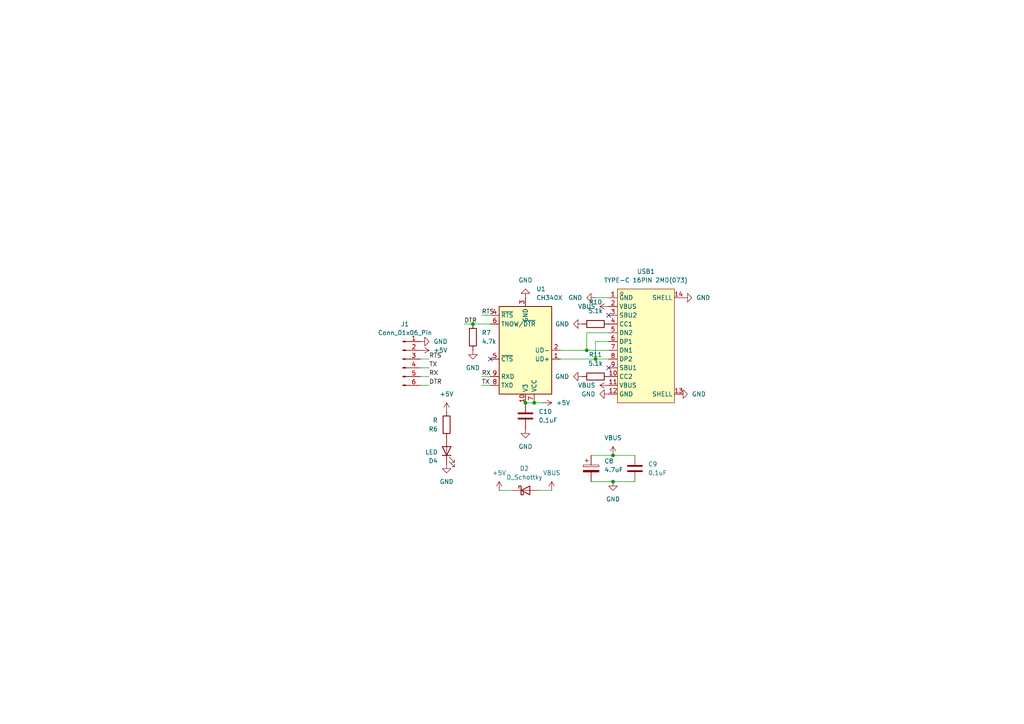
<source format=kicad_sch>
(kicad_sch (version 20250114) (generator "eeschema") (generator_version "9.0")
  (paper "A4")
  (lib_symbols
    (symbol "Connector:Conn_01x06_Pin" (pin_names (offset 1.016) (hide yes))
      (property "Reference" "J" (at 0 7.62 0))
      (property "Value" "Conn_01x06_Pin" (at 0 -10.16 0))
      (symbol "Conn_01x06_Pin_1_1"
        (rectangle (start 0.8636 5.207) (end 0 4.953) (stroke (width 0.1524)) (fill (type outline)))
        (rectangle (start 0.8636 2.667) (end 0 2.413) (stroke (width 0.1524)) (fill (type outline)))
        (rectangle (start 0.8636 0.127) (end 0 -0.127) (stroke (width 0.1524)) (fill (type outline)))
        (rectangle (start 0.8636 -2.413) (end 0 -2.667) (stroke (width 0.1524)) (fill (type outline)))
        (rectangle (start 0.8636 -4.953) (end 0 -5.207) (stroke (width 0.1524)) (fill (type outline)))
        (rectangle (start 0.8636 -7.493) (end 0 -7.747) (stroke (width 0.1524)) (fill (type outline)))
        (polyline (pts (xy 1.27 5.08) (xy 0.8636 5.08)) (stroke (width 0.1524)))
        (polyline (pts (xy 1.27 2.54) (xy 0.8636 2.54)) (stroke (width 0.1524)))
        (polyline (pts (xy 1.27 0) (xy 0.8636 0)) (stroke (width 0.1524)))
        (polyline (pts (xy 1.27 -2.54) (xy 0.8636 -2.54)) (stroke (width 0.1524)))
        (polyline (pts (xy 1.27 -5.08) (xy 0.8636 -5.08)) (stroke (width 0.1524)))
        (polyline (pts (xy 1.27 -7.62) (xy 0.8636 -7.62)) (stroke (width 0.1524)))
        (pin passive line (at 5.08 5.08 180) (length 3.81) (name "Pin_1") (number "1"))
        (pin passive line (at 5.08 2.54 180) (length 3.81) (name "Pin_2") (number "2"))
        (pin passive line (at 5.08 0 180) (length 3.81) (name "Pin_3") (number "3"))
        (pin passive line (at 5.08 -2.54 180) (length 3.81) (name "Pin_4") (number "4"))
        (pin passive line (at 5.08 -5.08 180) (length 3.81) (name "Pin_5") (number "5"))
        (pin passive line (at 5.08 -7.62 180) (length 3.81) (name "Pin_6") (number "6"))
      )
    )
    (symbol "Device:C" (pin_numbers (hide yes)) (pin_names (offset 0.254))
      (property "Reference" "C" (at 0.635 2.54 0))
      (property "Value" "C" (at 0.635 -2.54 0))
      (symbol "C_0_1"
        (polyline (pts (xy -2.032 0.762) (xy 2.032 0.762)) (stroke (width 0.508)))
        (polyline (pts (xy -2.032 -0.762) (xy 2.032 -0.762)) (stroke (width 0.508)))
      )
      (symbol "C_1_1"
        (pin passive line (at 0 3.81 270) (length 2.794) (name "~") (number "1"))
        (pin passive line (at 0 -3.81 90) (length 2.794) (name "~") (number "2"))
      )
    )
    (symbol "Device:C_Polarized" (pin_numbers (hide yes)) (pin_names (offset 0.254))
      (property "Reference" "C" (at 0.635 2.54 0))
      (property "Value" "C_Polarized" (at 0.635 -2.54 0))
      (symbol "C_Polarized_0_1"
        (rectangle (start -2.286 0.508) (end 2.286 1.016))
        (polyline (pts (xy -1.778 2.286) (xy -0.762 2.286)))
        (polyline (pts (xy -1.27 2.794) (xy -1.27 1.778)))
        (rectangle (start 2.286 -0.508) (end -2.286 -1.016) (fill (type outline)))
      )
      (symbol "C_Polarized_1_1"
        (pin passive line (at 0 3.81 270) (length 2.794) (name "~") (number "1"))
        (pin passive line (at 0 -3.81 90) (length 2.794) (name "~") (number "2"))
      )
    )
    (symbol "Device:D_Schottky" (pin_numbers (hide yes)) (pin_names (offset 1.016) (hide yes))
      (property "Reference" "D" (at 0 2.54 0))
      (property "Value" "D_Schottky" (at 0 -2.54 0))
      (symbol "D_Schottky_0_1"
        (polyline (pts (xy -1.905 0.635) (xy -1.905 1.27) (xy -1.27 1.27) (xy -1.27 -1.27) (xy -0.635 -1.27) (xy -0.635 -0.635)) (stroke (width 0.254)))
        (polyline (pts (xy 1.27 1.27) (xy 1.27 -1.27) (xy -1.27 0) (xy 1.27 1.27)) (stroke (width 0.254)))
        (polyline (pts (xy 1.27 0) (xy -1.27 0)))
      )
      (symbol "D_Schottky_1_1"
        (pin passive line (at -3.81 0 0) (length 2.54) (name "K") (number "1"))
        (pin passive line (at 3.81 0 180) (length 2.54) (name "A") (number "2"))
      )
    )
    (symbol "Device:LED" (pin_numbers (hide yes)) (pin_names (offset 1.016) (hide yes))
      (property "Reference" "D" (at 0 2.54 0))
      (property "Value" "LED" (at 0 -2.54 0))
      (symbol "LED_0_1"
        (polyline (pts (xy -3.048 -0.762) (xy -4.572 -2.286) (xy -3.81 -2.286) (xy -4.572 -2.286) (xy -4.572 -1.524)))
        (polyline (pts (xy -1.778 -0.762) (xy -3.302 -2.286) (xy -2.54 -2.286) (xy -3.302 -2.286) (xy -3.302 -1.524)))
        (polyline (pts (xy -1.27 0) (xy 1.27 0)))
        (polyline (pts (xy -1.27 -1.27) (xy -1.27 1.27)) (stroke (width 0.254)))
        (polyline (pts (xy 1.27 -1.27) (xy 1.27 1.27) (xy -1.27 0) (xy 1.27 -1.27)) (stroke (width 0.254)))
      )
      (symbol "LED_1_1"
        (pin passive line (at -3.81 0 0) (length 2.54) (name "K") (number "1"))
        (pin passive line (at 3.81 0 180) (length 2.54) (name "A") (number "2"))
      )
    )
    (symbol "Device:R" (pin_numbers (hide yes)) (pin_names (offset 0))
      (property "Reference" "R" (at 2.032 0 90))
      (property "Value" "R" (at 0 0 90))
      (symbol "R_0_1"
        (rectangle (start -1.016 -2.54) (end 1.016 2.54) (stroke (width 0.254)))
      )
      (symbol "R_1_1"
        (pin passive line (at 0 3.81 270) (length 1.27) (name "~") (number "1"))
        (pin passive line (at 0 -3.81 90) (length 1.27) (name "~") (number "2"))
      )
    )
    (symbol "EasyEDA:TYPE-C16PIN2MD(073)"
      (property "Reference" "USB" (at 0 19.05 0))
      (property "Value" "TYPE-C 16PIN 2MD(073)" (at 0 -19.05 0))
      (symbol "TYPE-C16PIN2MD(073)_0_1"
        (rectangle (start -8.89 16.51) (end 7.62 -16.51) (fill (type background)))
        (circle (center -7.62 15.24) (radius 0.38))
        (pin unspecified line (at -11.43 13.97 0) (length 2.54) (name "GND") (number "1"))
        (pin unspecified line (at -11.43 11.43 0) (length 2.54) (name "VBUS") (number "2"))
        (pin unspecified line (at -11.43 8.89 0) (length 2.54) (name "SBU2") (number "3"))
        (pin unspecified line (at -11.43 6.35 0) (length 2.54) (name "CC1") (number "4"))
        (pin unspecified line (at -11.43 3.81 0) (length 2.54) (name "DN2") (number "5"))
        (pin unspecified line (at -11.43 1.27 0) (length 2.54) (name "DP1") (number "6"))
        (pin unspecified line (at -11.43 -1.27 0) (length 2.54) (name "DN1") (number "7"))
        (pin unspecified line (at -11.43 -3.81 0) (length 2.54) (name "DP2") (number "8"))
        (pin unspecified line (at -11.43 -6.35 0) (length 2.54) (name "SBU1") (number "9"))
        (pin unspecified line (at -11.43 -8.89 0) (length 2.54) (name "CC2") (number "10"))
        (pin unspecified line (at -11.43 -11.43 0) (length 2.54) (name "VBUS") (number "11"))
        (pin unspecified line (at -11.43 -13.97 0) (length 2.54) (name "GND") (number "12"))
        (pin unspecified line (at 10.16 13.97 180) (length 2.54) (name "SHELL") (number "14"))
        (pin unspecified line (at 10.16 -13.97 180) (length 2.54) (name "SHELL") (number "13"))
      )
    )
    (symbol "Interface_USB:CH340X"
      (property "Reference" "U" (at -5.08 13.97 0))
      (property "Value" "CH340X" (at 1.27 13.97 0))
      (symbol "CH340X_0_1"
        (rectangle (start -7.62 12.7) (end 7.62 -12.7) (stroke (width 0.254)) (fill (type background)))
      )
      (symbol "CH340X_1_1"
        (pin bidirectional line (at -10.16 2.54 0) (length 2.54) (name "UD+") (number "1"))
        (pin bidirectional line (at -10.16 0 0) (length 2.54) (name "UD-") (number "2"))
        (pin power_in line (at -2.54 15.24 270) (length 2.54) (name "VCC") (number "7"))
        (pin power_out line (at 0 15.24 270) (length 2.54) (name "V3") (number "10"))
        (pin power_in line (at 0 -15.24 90) (length 2.54) (name "GND") (number "3"))
        (pin output line (at 10.16 10.16 180) (length 2.54) (name "TXD") (number "8"))
        (pin input line (at 10.16 7.62 180) (length 2.54) (name "RXD") (number "9"))
        (pin input line (at 10.16 2.54 180) (length 2.54) (name "~{CTS}") (number "5"))
        (pin output line (at 10.16 -7.62 180) (length 2.54) (name "TNOW/~{DTR}") (number "6"))
        (pin output line (at 10.16 -10.16 180) (length 2.54) (name "~{RTS}") (number "4"))
      )
    )
    (symbol "power:+5V" (power) (pin_numbers (hide yes)) (pin_names (offset 0) (hide yes))
      (property "Value" "+5V" (at 0 3.556 0))
      (symbol "+5V_0_1"
        (polyline (pts (xy -0.762 1.27) (xy 0 2.54)))
        (polyline (pts (xy 0 2.54) (xy 0.762 1.27)))
        (polyline (pts (xy 0 0) (xy 0 2.54)))
      )
      (symbol "+5V_1_1"
        (pin power_in line (at 0 0 90) (length 0) (name "~") (number "1"))
      )
    )
    (symbol "power:GND" (power) (pin_numbers (hide yes)) (pin_names (offset 0) (hide yes))
      (property "Value" "GND" (at 0 -3.81 0))
      (symbol "GND_0_1"
        (polyline (pts (xy 0 0) (xy 0 -1.27) (xy 1.27 -1.27) (xy 0 -2.54) (xy -1.27 -1.27) (xy 0 -1.27)))
      )
      (symbol "GND_1_1"
        (pin power_in line (at 0 0 270) (length 0) (name "~") (number "1"))
      )
    )
    (symbol "power:VBUS" (power) (pin_numbers (hide yes)) (pin_names (offset 0) (hide yes))
      (property "Value" "VBUS" (at 0 3.556 0))
      (symbol "VBUS_0_1"
        (polyline (pts (xy -0.762 1.27) (xy 0 2.54)))
        (polyline (pts (xy 0 2.54) (xy 0.762 1.27)))
        (polyline (pts (xy 0 0) (xy 0 2.54)))
      )
      (symbol "VBUS_1_1"
        (pin power_in line (at 0 0 90) (length 0) (name "~") (number "1"))
      )
    )
  )
  (junction (at 154.94 116.84))
  (junction (at 137.16 93.98))
  (junction (at 172.72 104.14))
  (junction (at 152.4 116.84))
  (junction (at 177.8 139.7))
  (junction (at 170.18 101.6))
  (junction (at 177.8 132.08))
  (no_connect (at 176.53 91.44))
  (no_connect (at 176.53 106.68))
  (no_connect (at 142.24 104.14))
  (wire (pts (xy 152.4 116.84) (xy 154.94 116.84)))
  (wire (pts (xy 137.16 93.98) (xy 134.62 93.98)))
  (wire (pts (xy 162.56 101.6) (xy 170.18 101.6)))
  (wire (pts (xy 162.56 104.14) (xy 172.72 104.14)))
  (wire (pts (xy 176.53 99.06) (xy 172.72 99.06)))
  (wire (pts (xy 172.72 99.06) (xy 172.72 104.14)))
  (wire (pts (xy 171.45 139.7) (xy 177.8 139.7)))
  (wire (pts (xy 170.18 101.6) (xy 176.53 101.6)))
  (wire (pts (xy 170.18 96.52) (xy 170.18 101.6)))
  (wire (pts (xy 124.46 104.14) (xy 121.92 104.14)))
  (wire (pts (xy 176.53 96.52) (xy 170.18 96.52)))
  (wire (pts (xy 139.7 91.44) (xy 142.24 91.44)))
  (wire (pts (xy 177.8 139.7) (xy 184.15 139.7)))
  (wire (pts (xy 171.45 132.08) (xy 177.8 132.08)))
  (wire (pts (xy 176.53 86.36) (xy 172.72 86.36)))
  (wire (pts (xy 196.85 114.3) (xy 198.12 114.3)))
  (wire (pts (xy 177.8 132.08) (xy 184.15 132.08)))
  (wire (pts (xy 124.46 106.68) (xy 121.92 106.68)))
  (wire (pts (xy 142.24 93.98) (xy 137.16 93.98)))
  (wire (pts (xy 139.7 109.22) (xy 142.24 109.22)))
  (wire (pts (xy 172.72 104.14) (xy 176.53 104.14)))
  (wire (pts (xy 124.46 109.22) (xy 121.92 109.22)))
  (wire (pts (xy 139.7 111.76) (xy 142.24 111.76)))
  (wire (pts (xy 124.46 111.76) (xy 121.92 111.76)))
  (wire (pts (xy 144.78 142.24) (xy 148.59 142.24)))
  (wire (pts (xy 156.21 142.24) (xy 160.02 142.24)))
  (wire (pts (xy 157.48 116.84) (xy 154.94 116.84)))
  (label "RX" (at 139.7 109.22 0))
  (label "RX" (at 124.46 109.22 0))
  (label "RTS" (at 139.7 91.44 0))
  (label "DTR" (at 124.46 111.76 0))
  (label "RTS" (at 124.46 104.14 0))
  (label "DTR" (at 134.62 93.98 0))
  (label "TX" (at 124.46 106.68 0))
  (label "TX" (at 139.7 111.76 0))
  (symbol (lib_id "power:GND") (at 196.85 114.3 90) (unit 1)
    (property "Reference" "#PWR029" (effects (hide yes)))
    (property "Value" "GND" (at 200.66 114.2999 90) (effects (justify right)))
    (property "Description" "Power symbol creates a global label with name \"GND\" , ground" (effects (hide yes)))
  )
  (symbol (lib_id "power:+5V") (at 121.92 101.6 270) (unit 1)
    (property "Reference" "#PWR015" (effects (hide yes)))
    (property "Value" "+5V" (at 125.73 101.5999 90) (effects (justify left)))
    (property "Description" "Power symbol creates a global label with name \"+5V\"" (effects (hide yes)))
  )
  (symbol (lib_id "Device:C") (at 152.4 120.65 180) (unit 1)
    (property "Reference" "C10" (at 156.21 119.3799 0) (effects (justify right)))
    (property "Value" "0.1uF" (at 156.21 121.9199 0) (effects (justify right)))
    (property "Footprint" "Capacitor_SMD:C_0805_2012Metric" (effects (hide yes)))
    (property "Description" "Unpolarized capacitor" (effects (hide yes)))
  )
  (symbol (lib_id "power:GND") (at 172.72 86.36 270) (unit 1)
    (property "Reference" "#PWR048" (effects (hide yes)))
    (property "Value" "GND" (at 168.91 86.3599 90) (effects (justify right)))
    (property "Description" "Power symbol creates a global label with name \"GND\" , ground" (effects (hide yes)))
  )
  (symbol (lib_id "power:GND") (at 198.12 86.36 90) (unit 1)
    (property "Reference" "#PWR017" (effects (hide yes)))
    (property "Value" "GND" (at 201.93 86.3599 90) (effects (justify right)))
    (property "Description" "Power symbol creates a global label with name \"GND\" , ground" (effects (hide yes)))
  )
  (symbol (lib_id "power:GND") (at 121.92 99.06 90) (unit 1)
    (property "Reference" "#PWR018" (effects (hide yes)))
    (property "Value" "GND" (at 125.73 99.0599 90) (effects (justify right)))
    (property "Description" "Power symbol creates a global label with name \"GND\" , ground" (effects (hide yes)))
  )
  (symbol (lib_id "power:GND") (at 129.54 134.62 0) (unit 1)
    (property "Reference" "#PWR014" (effects (hide yes)))
    (property "Value" "GND" (at 129.54 139.7 0))
    (property "Description" "Power symbol creates a global label with name \"GND\" , ground" (effects (hide yes)))
  )
  (symbol (lib_id "power:GND") (at 137.16 101.6 0) (unit 1)
    (property "Reference" "#PWR023" (effects (hide yes)))
    (property "Value" "GND" (at 137.16 106.68 0))
    (property "Description" "Power symbol creates a global label with name \"GND\" , ground" (effects (hide yes)))
  )
  (symbol (lib_id "Device:R") (at 137.16 97.79 180) (unit 1)
    (property "Reference" "R7" (at 139.7 96.5199 0) (effects (justify right)))
    (property "Value" "4.7k" (at 139.7 99.0599 0) (effects (justify right)))
    (property "Footprint" "Resistor_SMD:R_0603_1608Metric" (effects (hide yes)))
    (property "Description" "Resistor" (effects (hide yes)))
  )
  (symbol (lib_id "Device:LED") (at 129.54 130.81 90) (unit 1)
    (property "Reference" "D4" (at 127 133.6676 90) (effects (justify left)))
    (property "Value" "LED" (at 127 131.1276 90) (effects (justify left)))
    (property "Footprint" "LED_SMD:LED_0603_1608Metric" (effects (hide yes)))
    (property "Description" "Light emitting diode" (effects (hide yes)))
    (property "Sim.Pins" "1=K 2=A" (effects (hide yes)))
  )
  (symbol (lib_id "power:VBUS") (at 176.53 111.76 90) (unit 1)
    (property "Reference" "#PWR047" (effects (hide yes)))
    (property "Value" "VBUS" (at 172.72 111.7599 90) (effects (justify left)))
    (property "Description" "Power symbol creates a global label with name \"VBUS\"" (effects (hide yes)))
  )
  (symbol (lib_id "power:VBUS") (at 176.53 88.9 90) (unit 1)
    (property "Reference" "#PWR049" (effects (hide yes)))
    (property "Value" "VBUS" (at 172.72 88.8999 90) (effects (justify left)))
    (property "Description" "Power symbol creates a global label with name \"VBUS\"" (effects (hide yes)))
  )
  (symbol (lib_id "power:VBUS") (at 177.8 132.08 0) (unit 1)
    (property "Reference" "#PWR043" (effects (hide yes)))
    (property "Value" "VBUS" (at 177.8 127 0))
    (property "Description" "Power symbol creates a global label with name \"VBUS\"" (effects (hide yes)))
  )
  (symbol (lib_id "power:+5V") (at 129.54 119.38 0) (unit 1)
    (property "Reference" "#PWR025" (effects (hide yes)))
    (property "Value" "+5V" (at 129.54 114.3 0))
    (property "Description" "Power symbol creates a global label with name \"+5V\"" (effects (hide yes)))
  )
  (symbol (lib_id "power:VBUS") (at 160.02 142.24 0) (unit 1)
    (property "Reference" "#PWR028" (effects (hide yes)))
    (property "Value" "VBUS" (at 160.02 137.16 0))
    (property "Description" "Power symbol creates a global label with name \"VBUS\"" (effects (hide yes)))
  )
  (symbol (lib_id "Device:C_Polarized") (at 171.45 135.89 0) (unit 1)
    (property "Reference" "C8" (at 175.26 133.7309 0) (effects (justify left)))
    (property "Value" "4.7uF" (at 175.26 136.2709 0) (effects (justify left)))
    (property "Footprint" "Capacitor_SMD:C_0805_2012Metric" (effects (hide yes)))
    (property "Description" "Polarized capacitor" (effects (hide yes)))
  )
  (symbol (lib_id "Device:C") (at 184.15 135.89 180) (unit 1)
    (property "Reference" "C9" (at 187.96 134.6199 0) (effects (justify right)))
    (property "Value" "0.1uF" (at 187.96 137.1599 0) (effects (justify right)))
    (property "Footprint" "Capacitor_SMD:C_0805_2012Metric" (effects (hide yes)))
    (property "Description" "Unpolarized capacitor" (effects (hide yes)))
  )
  (symbol (lib_id "power:GND") (at 168.91 93.98 270) (unit 1)
    (property "Reference" "#PWR050" (effects (hide yes)))
    (property "Value" "GND" (at 165.1 93.9799 90) (effects (justify right)))
    (property "Description" "Power symbol creates a global label with name \"GND\" , ground" (effects (hide yes)))
  )
  (symbol (lib_id "EasyEDA:TYPE-C16PIN2MD(073)") (at 187.96 100.33 0) (unit 1)
    (property "Reference" "USB1" (at 187.325 78.74 0))
    (property "Value" "TYPE-C 16PIN 2MD(073)" (at 187.325 81.28 0))
    (property "Footprint" "EasyEDA:USB-C-SMD_TYPE-C-6PIN-2MD-073" (effects (hide yes)))
    (property "LCSC Part" "C2765186" (effects (hide yes)))
  )
  (symbol (lib_id "power:GND") (at 177.8 139.7 0) (unit 1)
    (property "Reference" "#PWR019" (effects (hide yes)))
    (property "Value" "GND" (at 177.8 144.78 0))
    (property "Description" "Power symbol creates a global label with name \"GND\" , ground" (effects (hide yes)))
  )
  (symbol (lib_id "Interface_USB:CH340X") (at 152.4 101.6 180) (unit 1)
    (property "Reference" "U1" (at 155.5181 83.82 0) (effects (justify right)))
    (property "Value" "CH340X" (at 155.5181 86.36 0) (effects (justify right)))
    (property "Footprint" "Package_SO:MSOP-10_3x3mm_P0.5mm" (effects (hide yes)))
    (property "Datasheet" "https://cdn.sparkfun.com/assets/5/0/a/8/5/CH340DS1.PDF" (effects (hide yes)))
    (property "Description" "USB serial converter, 5V-tolerant IO, UART, MSOP-10" (effects (hide yes)))
  )
  (symbol (lib_id "power:+5V") (at 157.48 116.84 270) (unit 1)
    (property "Reference" "#PWR024" (effects (hide yes)))
    (property "Value" "+5V" (at 161.29 116.8399 90) (effects (justify left)))
    (property "Description" "Power symbol creates a global label with name \"+5V\"" (effects (hide yes)))
  )
  (symbol (lib_id "Connector:Conn_01x06_Pin") (at 116.84 104.14 0) (unit 1)
    (property "Reference" "J1" (at 117.475 93.98 0))
    (property "Value" "Conn_01x06_Pin" (at 117.475 96.52 0))
    (property "Footprint" "Connector_JST:JST_XH_S6B-XH-A-1_1x06_P2.50mm_Horizontal" (effects (hide yes)))
    (property "Description" "Generic connector, single row, 01x06, script generated" (effects (hide yes)))
  )
  (symbol (lib_id "Device:R") (at 129.54 123.19 180) (unit 1)
    (property "Reference" "R6" (at 127 124.4601 0) (effects (justify left)))
    (property "Value" "R" (at 127 121.9201 0) (effects (justify left)))
    (property "Footprint" "Resistor_SMD:R_0603_1608Metric" (effects (hide yes)))
    (property "Description" "Resistor" (effects (hide yes)))
  )
  (symbol (lib_id "power:GND") (at 152.4 86.36 180) (unit 1)
    (property "Reference" "#PWR022" (effects (hide yes)))
    (property "Value" "GND" (at 152.4 81.28 0))
    (property "Description" "Power symbol creates a global label with name \"GND\" , ground" (effects (hide yes)))
  )
  (symbol (lib_id "Device:R") (at 172.72 109.22 90) (unit 1)
    (property "Reference" "R11" (at 172.72 102.87 90))
    (property "Value" "5.1k" (at 172.72 105.41 90))
    (property "Footprint" "Resistor_SMD:R_0603_1608Metric" (effects (hide yes)))
    (property "Description" "Resistor" (effects (hide yes)))
  )
  (symbol (lib_id "Device:D_Schottky") (at 152.4 142.24 0) (unit 1)
    (property "Reference" "D2" (at 152.0825 135.89 0))
    (property "Value" "D_Schottky" (at 152.0825 138.43 0))
    (property "Footprint" "Diode_SMD:D_0805_2012Metric" (effects (hide yes)))
    (property "Description" "Schottky diode" (effects (hide yes)))
  )
  (symbol (lib_id "power:+5V") (at 144.78 142.24 0) (unit 1)
    (property "Reference" "#PWR021" (effects (hide yes)))
    (property "Value" "+5V" (at 144.78 137.16 0))
    (property "Description" "Power symbol creates a global label with name \"+5V\"" (effects (hide yes)))
  )
  (symbol (lib_id "power:GND") (at 176.53 114.3 270) (unit 1)
    (property "Reference" "#PWR016" (effects (hide yes)))
    (property "Value" "GND" (at 172.72 114.2999 90) (effects (justify right)))
    (property "Description" "Power symbol creates a global label with name \"GND\" , ground" (effects (hide yes)))
  )
  (symbol (lib_id "power:GND") (at 168.91 109.22 270) (unit 1)
    (property "Reference" "#PWR051" (effects (hide yes)))
    (property "Value" "GND" (at 165.1 109.2199 90) (effects (justify right)))
    (property "Description" "Power symbol creates a global label with name \"GND\" , ground" (effects (hide yes)))
  )
  (symbol (lib_id "power:GND") (at 152.4 124.46 0) (unit 1)
    (property "Reference" "#PWR026" (effects (hide yes)))
    (property "Value" "GND" (at 152.4 129.54 0))
    (property "Description" "Power symbol creates a global label with name \"GND\" , ground" (effects (hide yes)))
  )
  (symbol (lib_id "Device:R") (at 172.72 93.98 90) (unit 1)
    (property "Reference" "R10" (at 172.72 87.63 90))
    (property "Value" "5.1k" (at 172.72 90.17 90))
    (property "Footprint" "Resistor_SMD:R_0603_1608Metric" (effects (hide yes)))
    (property "Description" "Resistor" (effects (hide yes)))
  )
)
</source>
